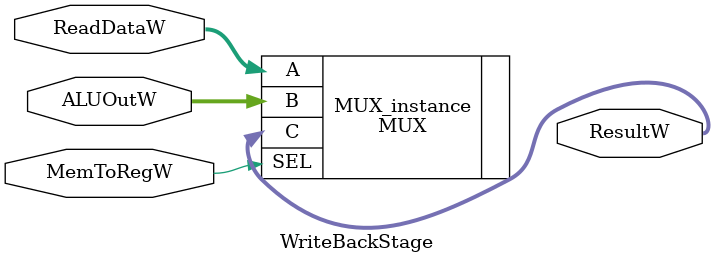
<source format=v>
module WriteBackStage(
	input             MemToRegW,
	input      [31:0] ReadDataW,
	input      [31:0] ALUOutW,
	output     [31:0] ResultW
);

MUX MUX_instance(
	    .A(ReadDataW),
	    .B(ALUOutW),
	    .SEL(MemToRegW),
	    .C(ResultW)
);
	
endmodule : WriteBackStage
</source>
